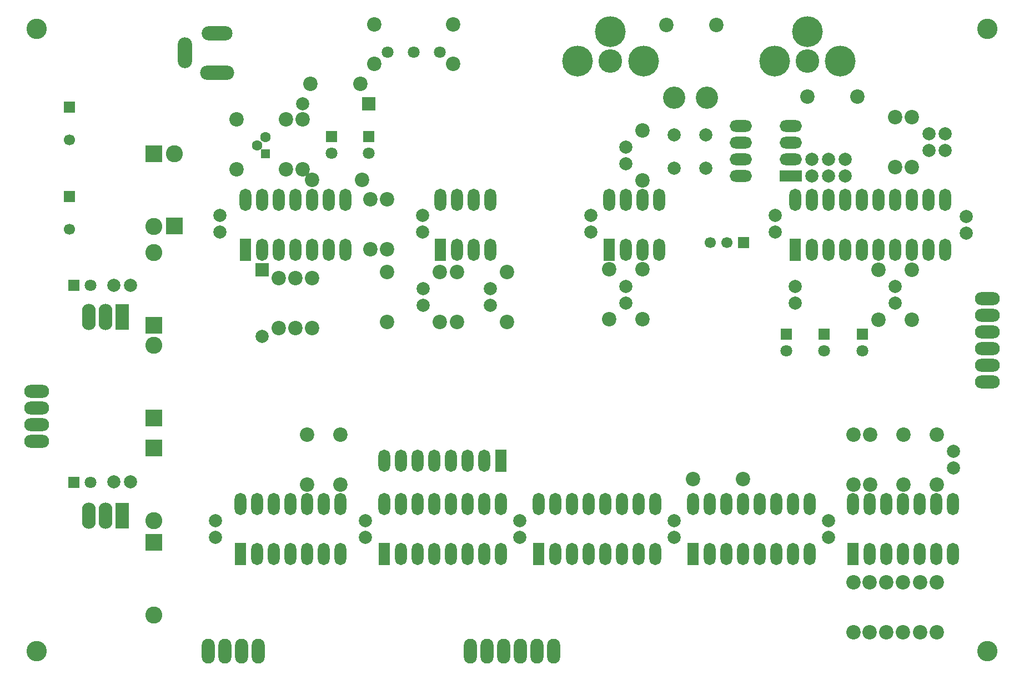
<source format=gbr>
G04 DipTrace 3.3.1.1*
G04 TopMask.gbr*
%MOMM*%
G04 #@! TF.FileFunction,Soldermask,Top*
G04 #@! TF.Part,Single*
%AMOUTLINE1*
4,1,4,
-0.6657,0.6657,
0.6657,0.6657,
0.6657,-0.6657,
-0.6657,-0.6657,
-0.6657,0.6657,
0*%
%ADD17C,1.8*%
%ADD19C,1.6*%
%ADD23R,1.8X1.8*%
%ADD32C,2.0*%
%ADD33C,2.0*%
%ADD43C,1.8*%
%ADD46C,3.1*%
%ADD56O,2.0X3.8*%
%ADD58O,3.8X2.0*%
%ADD61O,3.4X1.8*%
%ADD63R,3.4X1.8*%
%ADD65O,2.1X4.0*%
%ADD67R,2.1X4.0*%
%ADD69O,1.8X3.4*%
%ADD71R,1.8X3.4*%
%ADD73C,2.2*%
%ADD74C,2.2*%
%ADD76C,3.6*%
%ADD78C,4.7*%
%ADD80O,2.2X4.7*%
%ADD82O,4.7X2.2*%
%ADD84O,5.2X2.2*%
%ADD86C,2.6*%
%ADD87R,2.6X2.6*%
%ADD89R,2.0X2.0*%
%ADD90C,1.7*%
%ADD92R,1.7X1.7*%
%ADD94C,3.4*%
%ADD102OUTLINE1*%
%FSLAX35Y35*%
G04*
G71*
G90*
G75*
G01*
G04 TopMask*
%LPD*%
D33*
X7146440Y6528797D3*
Y6782797D3*
D23*
X6314093Y9103533D3*
D17*
Y8853533D3*
D23*
X5750350Y9103533D3*
D17*
Y8853533D3*
D33*
X10233917Y8688343D3*
Y8942343D3*
X10234600Y6823387D3*
Y6569387D3*
X15225893Y4307183D3*
Y4053183D3*
D23*
X12683590Y6088587D3*
D17*
Y5838587D3*
D23*
X13260910Y6088587D3*
D17*
Y5838587D3*
D23*
X13836953Y6088587D3*
D17*
Y5838587D3*
D33*
X14344340Y6821137D3*
Y6567137D3*
X15420767Y7888683D3*
Y7634683D3*
X15106680Y8892307D3*
Y9146307D3*
X14852977Y8892237D3*
Y9146237D3*
X12819700Y6567137D3*
Y6821137D3*
D94*
X11469727Y9699933D3*
X10969727Y9700067D3*
D33*
X13582533Y8506343D3*
Y8760343D3*
X13328110Y8506343D3*
Y8760343D3*
X13074420D3*
Y8506343D3*
D92*
X1748337Y8193397D3*
D90*
Y7693397D3*
D33*
X7133083Y7647147D3*
Y7901147D3*
X8168413Y6782447D3*
Y6528447D3*
X9697223Y7647147D3*
Y7901147D3*
X6259707Y2993940D3*
Y3247940D3*
X10967010Y2993940D3*
Y3247940D3*
X8613270Y2993940D3*
Y3247940D3*
X12513703Y7901147D3*
Y7647147D3*
D23*
X1820527Y3833603D3*
D17*
X2070527D3*
D33*
X2680887Y3836230D3*
X2426887D3*
D92*
X1750047Y9551523D3*
D90*
Y9051523D3*
D23*
X1820527Y6839480D3*
D17*
X2070527D3*
D33*
X2680887Y6838513D3*
X2426887D3*
X4049247Y7647147D3*
Y7901147D3*
X3975593Y2993940D3*
Y3247940D3*
X13320633Y2993940D3*
Y3247940D3*
D89*
X6314087Y9603890D3*
D33*
X5304087D3*
D89*
X4684993Y7070787D3*
D33*
Y6060787D3*
D87*
X3352017Y7741307D3*
D86*
Y8846307D3*
D87*
X3036937Y8841360D3*
D86*
Y7736360D3*
D87*
Y4352910D3*
D86*
Y3247910D3*
D87*
Y6228387D3*
D86*
Y7333387D3*
D87*
Y2915953D3*
D86*
Y1810953D3*
D87*
Y4814940D3*
D86*
Y5919940D3*
D84*
X4000247Y10081673D3*
D82*
Y10681673D3*
D80*
X3510247Y10381673D3*
D78*
X9501053Y10258244D3*
D76*
X10001053D3*
D78*
X10501053D3*
X10001053Y10708244D3*
X12501053Y10258244D3*
D76*
X13001053D3*
D78*
X13501053D3*
X13001053Y10708244D3*
D92*
X12031960Y7491553D3*
D90*
X11777960D3*
X11523960D3*
D102*
X4742567Y8845630D3*
D19*
X4615567Y8972630D3*
X4742567Y9099630D3*
D74*
X10849810Y10809920D3*
D73*
X11611810D3*
D74*
X7661017Y6275843D3*
D73*
Y7037843D3*
D74*
X7395893D3*
D73*
Y6275843D3*
D74*
X8422477Y6275837D3*
D73*
Y7037837D3*
D74*
X5304103Y9369067D3*
D73*
Y8607067D3*
D74*
X5049683Y9369110D3*
D73*
Y8607110D3*
D74*
X6188313Y9908510D3*
D73*
X5426313D3*
D74*
X4303050Y8610307D3*
D73*
Y9372307D3*
D74*
X6336040Y7386373D3*
D73*
Y8148373D3*
D74*
X6211207Y8444273D3*
D73*
X5449207D3*
D74*
X6590360Y8147243D3*
D73*
Y7385243D3*
D74*
X6590230Y7035633D3*
D73*
Y6273633D3*
D74*
X5879237Y4562693D3*
D73*
Y3800693D3*
D74*
X5370760Y4562693D3*
D73*
Y3800693D3*
D74*
X11254693Y3881500D3*
D73*
X12016693D3*
D74*
X5192477Y6184437D3*
D73*
Y6946437D3*
D74*
X5446943D3*
D73*
Y6184437D3*
D74*
X4938880D3*
D73*
Y6946437D3*
D74*
X14971417Y4561943D3*
D73*
Y3799943D3*
D74*
X10488123Y9194947D3*
D73*
Y8432947D3*
D74*
X14717633Y1548133D3*
D73*
Y2310133D3*
D74*
X13701473Y1548133D3*
D73*
Y2310133D3*
D74*
X13957577Y4562023D3*
D73*
Y3800023D3*
D74*
X13703263Y4562023D3*
D73*
Y3800023D3*
D74*
X13955227Y1548133D3*
D73*
Y2310133D3*
D74*
X14971490Y1548133D3*
D73*
Y2310133D3*
D74*
X14465653Y4562023D3*
D73*
Y3800023D3*
D74*
X14208887Y1548133D3*
D73*
Y2310133D3*
D74*
X14463373Y1548133D3*
D73*
Y2310133D3*
D74*
X14090587Y7076507D3*
D73*
Y6314507D3*
D74*
X14598260Y7074637D3*
D73*
Y6312637D3*
D74*
X14597997Y8640020D3*
D73*
Y9402020D3*
D74*
X14343770Y9402170D3*
D73*
Y8640170D3*
D74*
X9980550Y6315970D3*
D73*
Y7077970D3*
D74*
X10488503D3*
D73*
Y6315970D3*
D74*
X13761183Y9717703D3*
D73*
X12999183D3*
D71*
X8325407Y4158140D3*
D69*
X8071407D3*
X7817407D3*
X7563407D3*
X7309407D3*
X7055407D3*
X6801407D3*
X6547407D3*
D67*
X2557700Y3320167D3*
D65*
X2303700D3*
X2049700D3*
D67*
X2557700Y6355347D3*
D65*
X2303700D3*
X2049700D3*
D63*
X12746660Y8500437D3*
D61*
Y8754437D3*
Y9008437D3*
Y9262437D3*
X11984660D3*
Y9008437D3*
Y8754437D3*
Y8500437D3*
D74*
X7600217Y10214220D3*
Y10814120D3*
X6400617Y10214520D3*
Y10814120D3*
D43*
X7399817Y10389820D3*
X7000717D3*
X6600417D3*
D71*
X7406277Y7380767D3*
D69*
X7660277D3*
X7914277D3*
X8168277D3*
Y8142767D3*
X7914277D3*
X7660277D3*
X7406277D3*
D71*
X9980480Y7380767D3*
D69*
X10234480D3*
X10488480D3*
X10742480D3*
Y8142767D3*
X10488480D3*
X10234480D3*
X9980480D3*
D71*
X4431077Y7380767D3*
D69*
X4685077D3*
X4939077D3*
X5193077D3*
X5447077D3*
X5701077D3*
X5955077D3*
Y8142767D3*
X5701077D3*
X5447077D3*
X5193077D3*
X4939077D3*
X4685077D3*
X4431077D3*
D71*
X4354990Y2738257D3*
D69*
X4608990D3*
X4862990D3*
X5116990D3*
X5370990D3*
X5624990D3*
X5878990D3*
Y3500257D3*
X5624990D3*
X5370990D3*
X5116990D3*
X4862990D3*
X4608990D3*
X4354990D3*
D71*
X6547280Y2738257D3*
D69*
X6801280D3*
X7055280D3*
X7309280D3*
X7563280D3*
X7817280D3*
X8071280D3*
X8325280D3*
Y3500257D3*
X8071280D3*
X7817280D3*
X7563280D3*
X7309280D3*
X7055280D3*
X6801280D3*
X6547280D3*
D71*
X8901307Y2738257D3*
D69*
X9155307D3*
X9409307D3*
X9663307D3*
X9917307D3*
X10171307D3*
X10425307D3*
X10679307D3*
Y3500257D3*
X10425307D3*
X10171307D3*
X9917307D3*
X9663307D3*
X9409307D3*
X9155307D3*
X8901307D3*
D71*
X11254733Y2738257D3*
D69*
X11508733D3*
X11762733D3*
X12016733D3*
X12270733D3*
X12524733D3*
X12778733D3*
X13032733D3*
Y3500257D3*
X12778733D3*
X12524733D3*
X12270733D3*
X12016733D3*
X11762733D3*
X11508733D3*
X11254733D3*
D71*
X13701330Y2738257D3*
D69*
X13955330D3*
X14209330D3*
X14463330D3*
X14717330D3*
X14971330D3*
X15225330D3*
Y3500257D3*
X14971330D3*
X14717330D3*
X14463330D3*
X14209330D3*
X13955330D3*
X13701330D3*
D71*
X12820463Y7380767D3*
D69*
X13074463D3*
X13328463D3*
X13582463D3*
X13836467D3*
X14090467D3*
X14344463D3*
X14598467D3*
X14852467D3*
X15106463D3*
X12820467Y8142767D3*
X13074467D3*
X13328467D3*
X13582463D3*
X13836467D3*
X14090467D3*
X14344463D3*
X14598467D3*
X14852467D3*
X15106463D3*
D58*
X15746220Y5873170D3*
Y6127170D3*
Y6381170D3*
Y6635170D3*
Y5619170D3*
Y5365170D3*
D56*
X8372857Y1254100D3*
X8626857D3*
X8880857D3*
X9134857D3*
X8118857D3*
X7864857D3*
X3868587Y1253833D3*
X4122587D3*
X4376587D3*
X4630587D3*
D58*
X1254217Y4456327D3*
Y4710327D3*
Y4964327D3*
Y5218327D3*
D32*
X10967850Y8625737D3*
X11455963Y8626173D3*
X10968783Y9133547D3*
X11456897Y9133983D3*
D46*
X1254000Y10746000D3*
Y1254000D3*
X15746000D3*
Y10746000D3*
M02*

</source>
